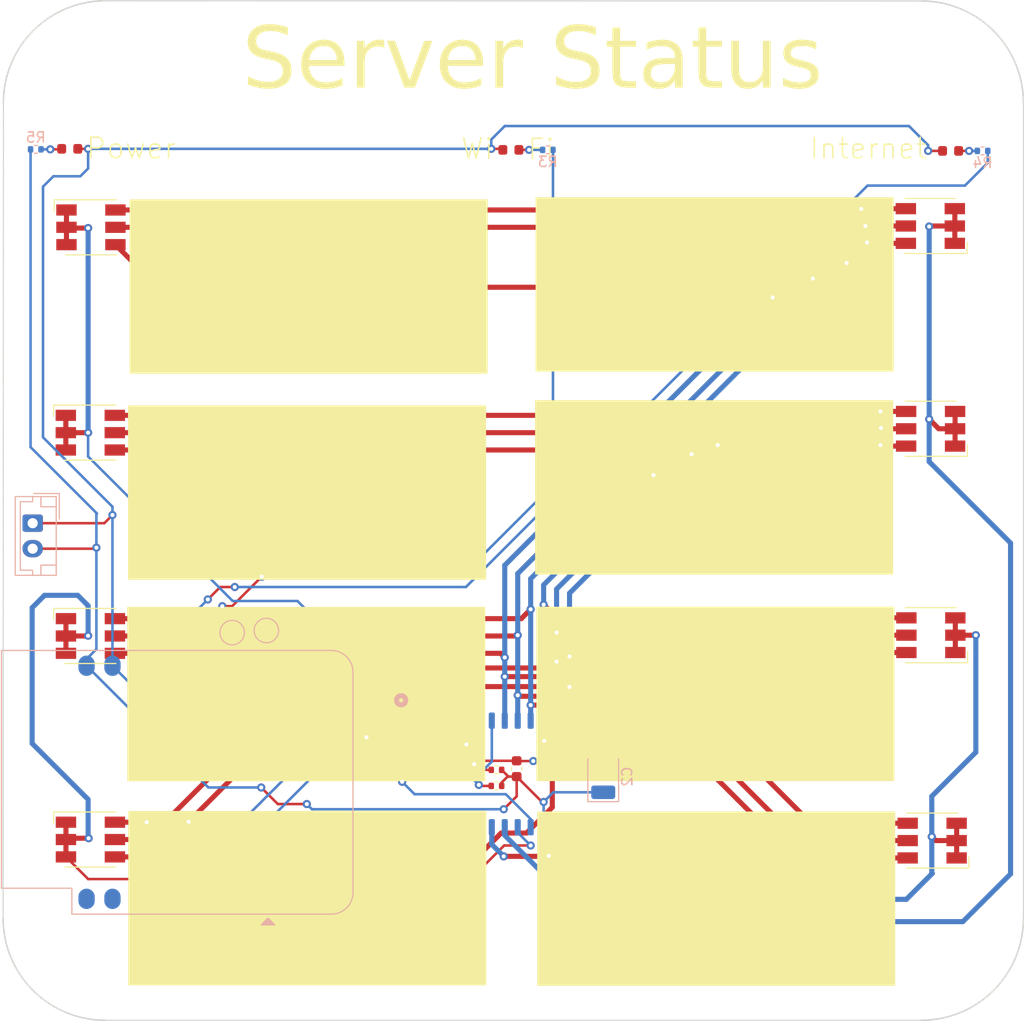
<source format=kicad_pcb>
(kicad_pcb (version 20221018) (generator pcbnew)
  (layers (0 "F.Cu" signal) (31 "B.Cu" signal) (34 "B.Paste" user) (35 "F.Paste" user) (36 "B.SilkS" user "B.Silkscreen") (37 "F.SilkS" user "F.Silkscreen") (38 "B.Mask" user) (39 "F.Mask" user) (44 "Edge.Cuts" user))
  (net 0 "")
  (net 1 "Net-(D10-K)")
  (net 2 "Net-(D1-BK)")
  (net 3 "Net-(D1-BA)")
  (net 4 "Net-(D1-GA)")
  (net 5 "Net-(D1-RA)")
  (net 6 "Net-(D2-BA)")
  (net 7 "Net-(D2-GA)")
  (net 8 "Net-(D2-RA)")
  (net 9 "Net-(D3-BK)")
  (net 10 "Net-(D5-BK)")
  (net 11 "Net-(D7-BK)")
  (net 12 "Net-(U1-DIN)")
  (net 13 "Net-(U1-SCLK)")
  (net 28 "Net-(D9-A)")
  (net 29 "Net-(D10-A)")
  (net 30 "Net-(D11-A)")
  (net 31 "Net-(U2-SCL{slash}D1)")
  (net 32 "Net-(U2-SDA{slash}D2)")
  (net 41 "Net-(J1-Pin_2)")
  (net 42 "Net-(U2-RX)")
  (net 43 "Net-(U2-TX)")
  (footprint "LED_SMD:LED_RGB_5050-6" (layer "F.Cu") (at 88.5692 82.2216)
    (fp_text reference "D1" hide)
    (fp_text value "D2" hide)
  )
  (footprint "LED_SMD:LED_RGB_5050-6" (layer "F.Cu") (at 171.0312 142.3688 180)
    (fp_text reference "D7" hide)
    (fp_text value "D2" hide)
  )
  (footprint "MountingHole:MountingHole_3.2mm_M3" (layer "F.Cu") (at 174.244 65.9892)
    (fp_text reference "H1" hide)
    (fp_text value "MountingHole" hide)
  )
  (footprint "LED_SMD:LED_RGB_5050-6" (layer "F.Cu") (at 170.8528 82.0928 180)
    (fp_text reference "D5" hide)
    (fp_text value "D2" hide)
  )
  (footprint "MountingHole:MountingHole_3.2mm_M3" (layer "F.Cu") (at 85.344 154.178)
    (fp_text reference "H2" hide)
    (fp_text value "MountingHole" hide)
  )
  (footprint "MountingHole:MountingHole_3.2mm_M3" (layer "F.Cu") (at 173.3296 155.194)
    (fp_text reference "H3" hide)
    (fp_text value "MountingHole" hide)
  )
  (footprint "LED_SMD:LED_0603_1608Metric" (layer "F.Cu") (at 172.8375 74.7268)
    (fp_text reference "D11" hide)
    (fp_text value "LED")
  )
  (footprint "LED_SMD:LED_0603_1608Metric" (layer "F.Cu") (at 129.7326 74.6252)
    (fp_text reference "D10" hide)
    (fp_text value "LED")
  )
  (footprint "LED_SMD:LED_RGB_5050-6" (layer "F.Cu") (at 88.5184 142.2672)
    (fp_text reference "D4" hide)
    (fp_text value "D2" hide)
  )
  (footprint "LED_SMD:LED_RGB_5050-6" (layer "F.Cu") (at 88.5184 122.3028)
    (fp_text reference "D3" hide)
    (fp_text value "D2" hide)
  )
  (footprint "LED_SMD:LED_RGB_5050-6" (layer "F.Cu") (at 170.8788 101.9792 180)
    (fp_text reference "D6" hide)
    (fp_text value "D2" hide)
  )
  (footprint "LED_SMD:LED_RGB_5050-6" (layer "F.Cu") (at 170.9036 122.2248 180)
    (fp_text reference "D8" hide)
    (fp_text value "D2" hide)
  )
  (footprint "Resistor_SMD:R_0402_1005Metric" (layer "F.Cu") (at 128.3208 135.4328 180)
    (fp_text reference "R1" hide)
    (fp_text value "10k" hide)
  )
  (footprint "LED_SMD:LED_RGB_5050-6" (layer "F.Cu") (at 88.506 102.362)
    (fp_text reference "D2" hide)
    (fp_text value "D2" hide)
  )
  (footprint "LED_SMD:LED_0603_1608Metric" (layer "F.Cu") (at 86.4871 74.5236 180)
    (fp_text reference "D9" hide)
    (fp_text value "LED" hide)
  )
  (footprint "Resistor_SMD:R_0402_1005Metric" (layer "F.Cu") (at 128.3208 137.0076 180)
    (fp_text reference "R2" hide)
    (fp_text value "10k" hide)
  )
  (footprint "Capacitor_SMD:C_0603_1608Metric" (layer "F.Cu") (at 130.302 135.3182 90)
    (fp_text reference "C1" hide)
    (fp_text value "0.1uF" hide)
  )
  (footprint "MountingHole:MountingHole_3.2mm_M3" (layer "F.Cu") (at 85.344 65.9892)
    (fp_text reference "H4" hide)
    (fp_text value "MountingHole" hide)
  )
  (footprint "wemosSMT:WEMOS_D1_mini_light" (layer "B.Cu") (at 105.918 148.082 90)
    (fp_text reference "U2" hide)
    (fp_text value "WeMos_D1_mini")
  )
  (footprint "Capacitor_Tantalum_SMD:CP_EIA-3528-12_Kemet-T" (layer "B.Cu") (at 138.7856 136.0932 90)
    (fp_text reference "C2")
    (fp_text value "100uF")
  )
  (footprint "Resistor_SMD:R_0402_1005Metric" (layer "B.Cu") (at 133.35 74.6252)
    (fp_text reference "R3")
    (fp_text value "R")
  )
  (footprint "Resistor_SMD:R_0402_1005Metric" (layer "B.Cu") (at 83.1596 74.5744 180)
    (fp_text reference "R5")
    (fp_text value "R")
  )
  (footprint "files:TM1640" (layer "B.Cu") (at 118.9736 130.6068 -90)
    (fp_text reference "U1" hide)
    (fp_text value "TM1640")
  )
  (footprint "Resistor_SMD:R_0402_1005Metric" (layer "B.Cu") (at 175.9712 74.7268)
    (fp_text reference "R4")
    (fp_text value "R")
  )
  (footprint "TestPoint:TestPoint_Pad_D2.0mm" (layer "B.Cu") (at 102.4128 121.9708 180)
    (fp_text reference "TP2" hide)
    (fp_text value "TestPoint")
  )
  (footprint "Connector_JST:JST_EH_B2B-EH-A_1x02_P2.50mm_Vertical" (layer "B.Cu") (at 82.8548 111.2412 -90)
    (fp_text reference "J1" hide)
    (fp_text value "Conn_01x02_Pin")
  )
  (footprint "TestPoint:TestPoint_Pad_D2.0mm" (layer "B.Cu") (at 105.7656 121.7676 180)
    (fp_text reference "TP3" hide)
    (fp_text value "TestPoint")
  )
  (gr_rect (start 92.4052 79.52) (end 127.4052 96.52) (stroke (width 0.1)) (fill solid) (layer "F.SilkS"))
  (gr_rect (start 92.2528 99.7384) (end 127.2528 116.7384) (stroke (width 0.1)) (fill solid) (layer "F.SilkS"))
  (gr_rect (start 132.1568 99.2304) (end 167.1568 116.2304) (stroke (width 0.1)) (fill solid) (layer "F.SilkS"))
  (gr_rect (start 132.2844 119.4816) (end 167.2844 136.4816) (stroke (width 0.1)) (fill solid) (layer "F.SilkS"))
  (gr_rect (start 92.2788 139.5148) (end 127.2788 156.5148) (stroke (width 0.1)) (fill solid) (layer "F.SilkS"))
  (gr_rect (start 132.2076 79.3168) (end 167.2076 96.3168) (stroke (width 0.1)) (fill solid) (layer "F.SilkS"))
  (gr_rect (start 92.1772 119.4996) (end 127.1772 136.4996) (stroke (width 0.1)) (fill solid) (layer "F.SilkS"))
  (gr_rect (start 132.36 139.5656) (end 167.36 156.5656) (stroke (width 0.1)) (fill solid) (layer "F.SilkS"))
  (gr_arc (start 179.9768 149.9908) (mid 177.047868 157.061867) (end 169.9768 159.9908) (stroke (width 0.15)) (layer "Edge.Cuts"))
  (gr_line (start 89.9592 159.9908) (end 169.9768 159.9908) (stroke (width 0.1)) (layer "Edge.Cuts"))
  (gr_arc (start 79.9884 70.0024) (mid 82.917332 62.931333) (end 89.9884 60.0024) (stroke (width 0.15)) (layer "Edge.Cuts"))
  (gr_line (start 179.9768 149.9908) (end 179.9768 70.024) (stroke (width 0.1)) (layer "Edge.Cuts"))
  (gr_line (start 169.9768 60.024) (end 89.9884 60.0024) (stroke (width 0.1)) (layer "Edge.Cuts"))
  (gr_line (start 79.9884 70.0024) (end 79.9592 149.9908) (stroke (width 0.1)) (layer "Edge.Cuts"))
  (gr_arc (start 89.9592 159.9908) (mid 82.888133 157.061868) (end 79.9592 149.9908) (stroke (width 0.15)) (layer "Edge.Cuts"))
  (gr_arc (start 169.9768 60.024) (mid 177.047867 62.952932) (end 179.9768 70.024) (stroke (width 0.15)) (layer "Edge.Cuts"))
  (gr_text "Power" (at 87.9856 75.6412) (layer "F.SilkS") (effects (font (size 2 2)) (justify left bottom)))
  (gr_text "Wi" (at 124.714 75.692) (layer "F.SilkS") (effects (font (size 2 2)) (justify left bottom)))
  (gr_text "Fi" (at 131.2672 75.7428) (layer "F.SilkS") (effects (font (size 2 2)) (justify left bottom)))
  (gr_text "Server Status" (at 103.378 69.5452) (layer "F.SilkS") (effects (font (size 6 6)) (justify left bottom)))
  (gr_text "Internet\n" (at 158.9024 75.6412) (layer "F.SilkS") (effects (font (size 2 2)) (justify left bottom)))
  (segment (start 130.302 134.5432) (end 126.974 134.5432) (width 0.25) (layer "F.Cu") (net 1))
  (segment (start 127.8128 74.5236) (end 128.8435 74.5236) (width 0.25) (layer "F.Cu") (net 1))
  (segment (start 126.974 134.5432) (end 125.3744 132.9436) (width 0.25) (layer "F.Cu") (net 1))
  (segment (start 130.328 134.5692) (end 130.302 134.5432) (width 0.25) (layer "F.Cu") (net 1))
  (segment (start 170.6372 74.7268) (end 172.05 74.7268) (width 0.25) (layer "F.Cu") (net 1))
  (segment (start 82.8548 111.2412) (end 89.876 111.2412) (width 0.25) (layer "F.Cu") (net 1))
  (segment (start 128.8435 74.5236) (end 128.9451 74.6252) (width 0.25) (layer "F.Cu") (net 1))
  (segment (start 89.876 111.2412) (end 90.678 110.4392) (width 0.25) (layer "F.Cu") (net 1))
  (segment (start 131.9276 134.5692) (end 130.328 134.5692) (width 0.25) (layer "F.Cu") (net 1))
  (segment (start 87.2746 74.5236) (end 88.2904 74.5236) (width 0.25) (layer "F.Cu") (net 1))
  (via (at 131.9276 134.5692) (size 0.8) (drill 0.4) (layers "F.Cu" "B.Cu") (net 1))
  (via (at 90.678 110.4392) (size 0.8) (drill 0.4) (layers "F.Cu" "B.Cu") (net 1))
  (via (at 127.8128 74.5236) (size 0.8) (drill 0.4) (layers "F.Cu" "B.Cu") (net 1))
  (via (at 125.3744 132.9436) (size 0.8) (drill 0.4) (layers "F.Cu" "B.Cu") (net 1))
  (via (at 170.6372 74.7268) (size 0.8) (drill 0.4) (layers "F.Cu" "B.Cu") (net 1))
  (via (at 88.2904 74.5236) (size 0.8) (drill 0.4) (layers "F.Cu" "B.Cu") (net 1))
  (segment (start 88.2904 74.5236) (end 88.2904 76.454) (width 0.25) (layer "B.Cu") (net 1))
  (segment (start 83.8708 102.8192) (end 90.678 109.6264) (width 0.25) (layer "B.Cu") (net 1))
  (segment (start 168.7576 72.2884) (end 129.1336 72.2884) (width 0.25) (layer "B.Cu") (net 1))
  (segment (start 127.8128 74.5236) (end 88.2904 74.5236) (width 0.25) (layer "B.Cu") (net 1))
  (segment (start 123.3932 133.35) (end 125.3236 131.4196) (width 0.25) (layer "B.Cu") (net 1))
  (segment (start 90.678 125.222) (end 90.678 110.4392) (width 0.25) (layer "B.Cu") (net 1))
  (segment (start 131.9411 134.5557) (end 131.9276 134.5692) (width 0.25) (layer "B.Cu") (net 1))
  (segment (start 127.8128 73.6092) (end 127.8128 74.5236) (width 0.25) (layer "B.Cu") (net 1))
  (segment (start 125.3744 132.9436) (end 125.3744 130.6576) (width 0.25) (layer "B.Cu") (net 1))
  (segment (start 87.5284 77.216) (end 84.8868 77.216) (width 0.25) (layer "B.Cu") (net 1))
  (segment (start 88.2904 76.454) (end 87.5284 77.216) (width 0.25) (layer "B.Cu") (net 1))
  (segment (start 129.1336 72.2884) (end 127.8128 73.6092) (width 0.25) (layer "B.Cu") (net 1))
  (segment (start 170.6372 74.168) (end 168.7576 72.2884) (width 0.25) (layer "B.Cu") (net 1))
  (segment (start 90.678 125.222) (end 98.806 133.35) (width 0.25) (layer "B.Cu") (net 1))
  (segment (start 98.806 133.35) (end 123.3932 133.35) (width 0.25) (layer "B.Cu") (net 1))
  (segment (start 170.6372 74.7268) (end 170.6372 74.168) (width 0.25) (layer "B.Cu") (net 1))
  (segment (start 125.3744 130.6576) (end 125.3236 130.6068) (width 0.25) (layer "B.Cu") (net 1))
  (segment (start 90.678 109.6264) (end 90.678 110.4392) (width 0.25) (layer "B.Cu") (net 1))
  (segment (start 125.3236 131.4196) (end 125.3236 130.6068) (width 0.25) (layer "B.Cu") (net 1))
  (segment (start 84.8868 77.216) (end 83.8708 78.232) (width 0.25) (layer "B.Cu") (net 1))
  (segment (start 138.7856 134.5557) (end 131.9411 134.5557) (width 0.25) (layer "B.Cu") (net 1))
  (segment (start 83.8708 78.232) (end 83.8708 102.8192) (width 0.25) (layer "B.Cu") (net 1))
  (segment (start 86.106 104.062) (end 86.106 102.362) (width 0.5) (layer "F.Cu") (net 2))
  (segment (start 86.1692 82.2216) (end 86.1692 80.5216) (width 0.5) (layer "F.Cu") (net 2))
  (segment (start 119.0752 135.7376) (end 115.57 132.2324) (width 0.25) (layer "F.Cu") (net 2))
  (segment (start 86.106 102.362) (end 88.2904 102.362) (width 0.5) (layer "F.Cu") (net 2))
  (segment (start 119.0752 136.6012) (end 119.0752 135.7376) (width 0.25) (layer "F.Cu") (net 2))
  (segment (start 86.1692 83.9216) (end 86.1692 82.2216) (width 0.5) (layer "F.Cu") (net 2))
  (segment (start 86.106 102.362) (end 86.106 100.662) (width 0.5) (layer "F.Cu") (net 2))
  (segment (start 88.2904 82.296) (end 86.2436 82.296) (width 0.5) (layer "F.Cu") (net 2))
  (segment (start 86.2436 82.296) (end 86.1692 82.2216) (width 0.5) (layer "F.Cu") (net 2))
  (via (at 119.0752 136.6012) (size 0.8) (drill 0.4) (layers "F.Cu" "B.Cu") (net 2))
  (via (at 88.2904 82.296) (size 0.8) (drill 0.4) (layers "F.Cu" "B.Cu") (net 2))
  (via (at 88.2904 102.362) (size 0.8) (drill 0.4) (layers "F.Cu" "B.Cu") (net 2))
  (via (at 115.57 132.2324) (size 0.8) (drill 0.4) (layers "F.Cu" "B.Cu") (net 2))
  (segment (start 102.4636 118.872) (end 88.2904 104.6988) (width 0.25) (layer "B.Cu") (net 2))
  (segment (start 88.2904 102.362) (end 88.2904 82.296) (width 0.5) (layer "B.Cu") (net 2))
  (segment (start 129.2352 137.8204) (end 120.2944 137.8204) (width 0.25) (layer "B.Cu") (net 2))
  (segment (start 88.2904 103.8352) (end 88.2904 102.362) (width 0.25) (layer "B.Cu") (net 2))
  (segment (start 115.57 132.2324) (end 115.57 125.6284) (width 0.25) (layer "B.Cu") (net 2))
  (segment (start 108.8136 118.872) (end 102.4636 118.872) (width 0.25) (layer "B.Cu") (net 2))
  (segment (start 131.6736 140.2588) (end 129.2352 137.8204) (width 0.25) (layer "B.Cu") (net 2))
  (segment (start 115.57 125.6284) (end 108.8136 118.872) (width 0.25) (layer "B.Cu") (net 2))
  (segment (start 131.6736 141.0568) (end 131.6736 140.2588) (width 0.25) (layer "B.Cu") (net 2))
  (segment (start 88.2904 104.6988) (end 88.2904 103.8352) (width 0.25) (layer "B.Cu") (net 2))
  (segment (start 120.2944 137.8204) (end 119.0752 136.6012) (width 0.25) (layer "B.Cu") (net 2))
  (segment (start 90.9692 83.9216) (end 95.1466 88.099) (width 0.5) (layer "F.Cu") (net 3))
  (segment (start 90.9184 124.0028) (end 128.7272 124.0028) (width 0.5) (layer "F.Cu") (net 3))
  (segment (start 154.393 88.099) (end 155.3972 89.1032) (width 0.5) (layer "F.Cu") (net 3))
  (segment (start 168.4528 80.3928) (end 164.1076 80.3928) (width 0.5) (layer "F.Cu") (net 3))
  (segment (start 95.1466 88.099) (end 154.393 88.099) (width 0.5) (layer "F.Cu") (net 3))
  (segment (start 128.7272 124.0028) (end 129.1336 124.4092) (width 0.5) (layer "F.Cu") (net 3))
  (segment (start 164.1076 80.3928) (end 164.084 80.4164) (width 0.5) (layer "F.Cu") (net 3))
  (segment (start 159.16 140.6688) (end 144.78 126.2888) (width 0.5) (layer "F.Cu") (net 3))
  (segment (start 168.6312 140.6688) (end 159.16 140.6688) (width 0.5) (layer "F.Cu") (net 3))
  (segment (start 144.78 126.2888) (end 129.1336 126.2888) (width 0.5) (layer "F.Cu") (net 3))
  (via (at 155.3972 89.1032) (size 0.8) (drill 0.4) (layers "F.Cu" "B.Cu") (net 3))
  (via (at 129.1336 126.2888) (size 0.8) (drill 0.4) (layers "F.Cu" "B.Cu") (net 3))
  (via (at 129.1336 124.4092) (size 0.8) (drill 0.4) (layers "F.Cu" "B.Cu") (net 3))
  (via (at 164.084 80.4164) (size 0.8) (drill 0.4) (layers "F.Cu" "B.Cu") (net 3))
  (segment (start 129.1336 124.4092) (end 129.1336 126.2888) (width 0.5) (layer "B.Cu") (net 3))
  (segment (start 129.1336 126.2888) (end 129.1336 130.6068) (width 0.5) (layer "B.Cu") (net 3))
  (segment (start 129.1336 115.3668) (end 129.1336 124.4092) (width 0.5) (layer "B.Cu") (net 3))
  (segment (start 164.084 80.4164) (end 155.3972 89.1032) (width 0.5) (layer "B.Cu") (net 3))
  (segment (start 155.3972 89.1032) (end 129.1336 115.3668) (width 0.5) (layer "B.Cu") (net 3))
  (segment (start 143.8148 128.2192) (end 130.5052 128.2192) (width 0.5) (layer "F.Cu") (net 4))
  (segment (start 157.9644 142.3688) (end 143.8148 128.2192) (width 0.5) (layer "F.Cu") (net 4))
  (segment (start 130.3256 122.3028) (end 130.4036 122.2248) (width 0.5) (layer "F.Cu") (net 4))
  (segment (start 90.9184 122.3028) (end 130.3256 122.3028) (width 0.5) (layer "F.Cu") (net 4))
  (segment (start 168.4528 82.0928) (end 164.4904 82.0928) (width 0.5) (layer "F.Cu") (net 4))
  (segment (start 154.3068 82.2216) (end 159.3342 87.249) (width 0.5) (layer "F.Cu") (net 4))
  (segment (start 130.5052 128.2192) (end 130.4036 128.1176) (width 0.5) (layer "F.Cu") (net 4))
  (segment (start 90.9692 82.2216) (end 154.3068 82.2216) (width 0.5) (layer "F.Cu") (net 4))
  (segment (start 168.6312 142.3688) (end 157.9644 142.3688) (width 0.5) (layer "F.Cu") (net 4))
  (via (at 159.3342 87.249) (size 0.8) (drill 0.4) (layers "F.Cu" "B.Cu") (net 4))
  (via (at 130.4036 122.2248) (size 0.8) (drill 0.4) (layers "F.Cu" "B.Cu") (net 4))
  (via (at 164.4904 82.0928) (size 0.8) (drill 0.4) (layers "F.Cu" "B.Cu") (net 4))
  (via (at 130.4036 128.1176) (size 0.8) (drill 0.4) (layers "F.Cu" "B.Cu") (net 4))
  (segment (start 130.4036 122.2248) (end 130.4036 128.1176) (width 0.5) (layer "B.Cu") (net 4))
  (segment (start 159.3342 87.249) (end 130.4036 116.1796) (width 0.5) (layer "B.Cu") (net 4))
  (segment (start 130.4036 128.1176) (end 130.4036 130.6068) (width 0.5) (layer "B.Cu") (net 4))
  (segment (start 164.4904 82.0928) (end 159.3342 87.249) (width 0.5) (layer "B.Cu") (net 4))
  (segment (start 130.4036 116.1796) (end 130.4036 122.2248) (width 0.5) (layer "B.Cu") (net 4))
  (segment (start 130.7556 120.6028) (end 131.6736 119.6848) (width 0.5) (layer "F.Cu") (net 5))
  (segment (start 142.6972 129.0828) (end 131.6736 129.0828) (width 0.5) (layer "F.Cu") (net 5))
  (segment (start 164.7172 83.7928) (end 164.6428 83.7184) (width 0.5) (layer "F.Cu") (net 5))
  (segment (start 90.9692 80.5216) (end 157.4328 80.5216) (width 0.5) (layer "F.Cu") (net 5))
  (segment (start 90.9184 120.6028) (end 130.7556 120.6028) (width 0.5) (layer "F.Cu") (net 5))
  (segment (start 168.6312 144.0688) (end 157.6832 144.0688) (width 0.5) (layer "F.Cu") (net 5))
  (segment (start 157.6832 144.0688) (end 142.6972 129.0828) (width 0.5) (layer "F.Cu") (net 5))
  (segment (start 168.4528 83.7928) (end 164.7172 83.7928) (width 0.5) (layer "F.Cu") (net 5))
  (segment (start 157.4328 80.5216) (end 162.6362 85.725) (width 0.5) (layer "F.Cu") (net 5))
  (via (at 162.6362 85.725) (size 0.8) (drill 0.4) (layers "F.Cu" "B.Cu") (net 5))
  (via (at 131.6736 129.0828) (size 0.8) (drill 0.4) (layers "F.Cu" "B.Cu") (net 5))
  (via (at 164.6428 83.7184) (size 0.8) (drill 0.4) (layers "F.Cu" "B.Cu") (net 5))
  (via (at 131.6736 119.6848) (size 0.8) (drill 0.4) (layers "F.Cu" "B.Cu") (net 5))
  (segment (start 131.6736 119.6848) (end 131.6736 129.0828) (width 0.5) (layer "B.Cu") (net 5))
  (segment (start 164.6428 83.7184) (end 162.6362 85.725) (width 0.5) (layer "B.Cu") (net 5))
  (segment (start 131.6736 129.0828) (end 131.6736 130.6068) (width 0.5) (layer "B.Cu") (net 5))
  (segment (start 162.6362 85.725) (end 131.6736 116.6876) (width 0.5) (layer "B.Cu") (net 5))
  (segment (start 131.6736 116.6876) (end 131.6736 119.6848) (width 0.5) (layer "B.Cu") (net 5))
  (segment (start 141.2476 104.062) (end 143.7132 106.5276) (width 0.5) (layer "F.Cu") (net 6))
  (segment (start 90.9184 143.9672) (end 112.4712 143.9672) (width 0.5) (layer "F.Cu") (net 6))
  (segment (start 125.642 144.7664) (end 128.27 142.1384) (width 0.5) (layer "F.Cu") (net 6))
  (segment (start 133.7936 139.104) (end 133.7936 133.3872) (width 0.5) (layer "F.Cu") (net 6))
  (segment (start 90.906 104.062) (end 141.2476 104.062) (width 0.5) (layer "F.Cu") (net 6))
  (segment (start 133.7936 133.3872) (end 132.9944 132.588) (width 0.5) (layer "F.Cu") (net 6))
  (segment (start 168.4788 100.2792) (end 165.9636 100.2792) (width 0.5) (layer "F.Cu") (net 6))
  (segment (start 168.5036 120.5248) (end 134.2408 120.5248) (width 0.5) (layer "F.Cu") (net 6))
  (segment (start 134.2408 120.5248) (end 132.9436 119.2276) (width 0.5) (layer "F.Cu") (net 6))
  (segment (start 128.778 141.6304) (end 131.2672 141.6304) (width 0.5) (layer "F.Cu") (net 6))
  (segment (start 112.4712 143.9672) (end 113.2704 144.7664) (width 0.5) (layer "F.Cu") (net 6))
  (segment (start 131.2672 141.6304) (end 133.7936 139.104) (width 0.5) (layer "F.Cu") (net 6))
  (segment (start 128.27 142.1384) (end 128.778 141.6304) (width 0.5) (layer "F.Cu") (net 6))
  (segment (start 113.2704 144.7664) (end 125.642 144.7664) (width 0.5) (layer "F.Cu") (net 6))
  (via (at 132.9436 119.2276) (size 0.8) (drill 0.4) (layers "F.Cu" "B.Cu") (net 6))
  (via (at 132.9944 132.588) (size 0.8) (drill 0.4) (layers "F.Cu" "B.Cu") (net 6))
  (via (at 143.7132 106.5276) (size 0.8) (drill 0.4) (layers "F.Cu" "B.Cu") (net 6))
  (via (at 165.9636 100.2792) (size 0.8) (drill 0.4) (layers "F.Cu" "B.Cu") (net 6))
  (segment (start 132.9436 119.2276) (end 132.9436 130.6068) (width 0.5) (layer "B.Cu") (net 6))
  (segment (start 165.9636 100.2792) (end 149.9616 100.2792) (width 0.5) (layer "B.Cu") (net 6))
  (segment (start 132.9436 117.2972) (end 132.9436 119.2276) (width 0.5) (layer "B.Cu") (net 6))
  (segment (start 132.9944 131.457599) (end 132.9436 131.406799) (width 0.5) (layer "B.Cu") (net 6))
  (segment (start 132.9944 132.588) (end 132.9944 131.457599) (width 0.5) (layer "B.Cu") (net 6))
  (segment (start 143.7132 106.5276) (end 132.9436 117.2972) (width 0.5) (layer "B.Cu") (net 6))
  (segment (start 149.9616 100.2792) (end 143.7132 106.5276) (width 0.5) (layer "B.Cu") (net 6))
  (segment (start 132.9436 131.406799) (end 132.9436 130.6068) (width 0.5) (layer "B.Cu") (net 6))
  (segment (start 90.906 102.362) (end 145.3388 102.362) (width 0.5) (layer "F.Cu") (net 7))
  (segment (start 90.9184 142.2672) (end 94.058 142.2672) (width 0.5) (layer "F.Cu") (net 7))
  (segment (start 134.4676 122.2248) (end 134.2136 121.9708) (width 0.5) (layer "F.Cu") (net 7))
  (segment (start 168.6052 122.3264) (end 168.5036 122.2248) (width 0.5) (layer "F.Cu") (net 7))
  (segment (start 145.3388 102.362) (end 147.447 104.4702) (width 0.5) (layer "F.Cu") (net 7))
  (segment (start 168.4788 101.9792) (end 166.0888 101.9792) (width 0.5) (layer "F.Cu") (net 7))
  (segment (start 166.0888 101.9792) (end 166.0144 101.9048) (width 0.5) (layer "F.Cu") (net 7))
  (segment (start 110.9336 125.4388) (end 133.5904 125.4388) (width 0.5) (layer "F.Cu") (net 7))
  (segment (start 94.058 142.2672) (end 94.0816 142.2908) (width 0.5) (layer "F.Cu") (net 7))
  (segment (start 94.0816 142.2908) (end 110.9336 125.4388) (width 0.5) (layer "F.Cu") (net 7))
  (segment (start 133.5904 125.4388) (end 134.2136 124.8156) (width 0.5) (layer "F.Cu") (net 7))
  (segment (start 168.5036 122.2248) (end 134.4676 122.2248) (width 0.5) (layer "F.Cu") (net 7))
  (via (at 134.2136 121.9708) (size 0.8) (drill 0.4) (layers "F.Cu" "B.Cu") (net 7))
  (via (at 166.0144 101.9048) (size 0.8) (drill 0.4) (layers "F.Cu" "B.Cu") (net 7))
  (via (at 134.2136 124.8156) (size 0.8) (drill 0.4) (layers "F.Cu" "B.Cu") (net 7))
  (via (at 147.447 104.4702) (size 0.8) (drill 0.4) (layers "F.Cu" "B.Cu") (net 7))
  (segment (start 166.0144 101.9048) (end 150.0124 101.9048) (width 0.5) (layer "B.Cu") (net 7))
  (segment (start 134.2136 117.7036) (end 134.2136 121.9708) (width 0.5) (layer "B.Cu") (net 7))
  (segment (start 150.0124 101.9048) (end 147.447 104.4702) (width 0.5) (layer "B.Cu") (net 7))
  (segment (start 134.2136 124.8156) (end 134.2136 130.6068) (width 0.5) (layer "B.Cu") (net 7))
  (segment (start 147.447 104.4702) (end 134.2136 117.7036) (width 0.5) (layer "B.Cu") (net 7))
  (segment (start 134.2136 131.406799) (end 134.2136 130.6068) (width 0.5) (layer "B.Cu") (net 7))
  (segment (start 134.2136 121.9708) (end 134.2136 124.8156) (width 0.5) (layer "B.Cu") (net 7))
  (segment (start 168.4788 103.6792) (end 166.0616 103.6792) (width 0.5) (layer "F.Cu") (net 8))
  (segment (start 135.4464 127.2676) (end 135.4836 127.3048) (width 0.5) (layer "F.Cu") (net 8))
  (segment (start 168.5036 123.9248) (end 135.8664 123.9248) (width 0.5) (layer "F.Cu") (net 8))
  (segment (start 135.8664 123.9248) (end 135.4836 124.3076) (width 0.5) (layer "F.Cu") (net 8))
  (segment (start 90.906 100.662) (end 147.0932 100.662) (width 0.5) (layer "F.Cu") (net 8))
  (segment (start 94.0272 140.5672) (end 94.0308 140.5636) (width 0.5) (layer "F.Cu") (net 8))
  (segment (start 166.0616 103.6792) (end 165.9636 103.5812) (width 0.5) (layer "F.Cu") (net 8))
  (segment (start 147.0932 100.662) (end 150.0124 103.5812) (width 0.5) (layer "F.Cu") (net 8))
  (segment (start 98.1456 140.5128) (end 111.3908 127.2676) (width 0.5) (layer "F.Cu") (net 8))
  (segment (start 90.9184 140.5672) (end 94.0272 140.5672) (width 0.5) (layer "F.Cu") (net 8))
  (segment (start 111.3908 127.2676) (end 135.4464 127.2676) (width 0.5) (layer "F.Cu") (net 8))
  (via (at 98.1456 140.5128) (size 0.8) (drill 0.4) (layers "F.Cu" "B.Cu") (net 8))
  (via (at 94.0308 140.5636) (size 0.8) (drill 0.4) (layers "F.Cu" "B.Cu") (net 8))
  (via (at 135.4836 127.3048) (size 0.8) (drill 0.4) (layers "F.Cu" "B.Cu") (net 8))
  (via (at 135.4836 124.3076) (size 0.8) (drill 0.4) (layers "F.Cu" "B.Cu") (net 8))
  (via (at 150.0124 103.5812) (size 0.8) (drill 0.4) (layers "F.Cu" "B.Cu") (net 8))
  (via (at 165.9636 103.5812) (size 0.8) (drill 0.4) (layers "F.Cu" "B.Cu") (net 8))
  (segment (start 94.0308 140.5636) (end 98.0948 140.5636) (width 0.5) (layer "B.Cu") (net 8))
  (segment (start 98.0948 140.5636) (end 98.1456 140.5128) (width 0.5) (layer "B.Cu") (net 8))
  (segment (start 165.9636 103.5812) (end 150.0124 103.5812) (width 0.5) (layer "B.Cu") (net 8))
  (segment (start 150.0124 103.5812) (end 135.4836 118.11) (width 0.5) (layer "B.Cu") (net 8))
  (segment (start 135.4836 127.3048) (end 135.4836 130.6068) (width 0.5) (layer "B.Cu") (net 8))
  (segment (start 135.4836 118.11) (end 135.4836 124.3076) (width 0.5) (layer "B.Cu") (net 8))
  (segment (start 135.4836 124.3076) (end 135.4836 127.3048) (width 0.5) (layer "B.Cu") (net 8))
  (segment (start 88.3412 142.1384) (end 86.2472 142.1384) (width 0.5) (layer "F.Cu") (net 9))
  (segment (start 86.2472 142.1384) (end 86.1184 142.2672) (width 0.5) (layer "F.Cu") (net 9))
  (segment (start 86.1184 124.0028) (end 86.1184 122.3028) (width 0.5) (layer "F.Cu") (net 9))
  (segment (start 86.1184 122.3028) (end 88.2632 122.3028) (width 0.5) (layer "F.Cu") (net 9))
  (segment (start 86.1184 122.3028) (end 86.1184 120.6028) (width 0.5) (layer "F.Cu") (net 9))
  (segment (start 86.1184 143.9672) (end 86.1184 142.2672) (width 0.5) (layer "F.Cu") (net 9))
  (segment (start 86.1184 142.2672) (end 86.1184 140.5672) (width 0.5) (layer "F.Cu") (net 9))
  (segment (start 88.2632 122.3028) (end 88.2904 122.2756) (width 0.5) (layer "F.Cu") (net 9))
  (segment (start 131.6736 142.8496) (end 129.073495 142.8496) (width 0.25) (layer "F.Cu") (net 9))
  (segment (start 125.7808 146.142295) (end 88.293495 146.142295) (width 0.25) (layer "F.Cu") (net 9))
  (segment (start 129.073495 142.8496) (end 125.7808 146.142295) (width 0.25) (layer "F.Cu") (net 9))
  (segment (start 88.293495 146.142295) (end 86.1184 143.9672) (width 0.25) (layer "F.Cu") (net 9))
  (via (at 131.6736 142.8496) (size 0.8) (drill 0.4) (layers "F.Cu" "B.Cu") (net 9))
  (via (at 88.3412 142.1384) (size 0.8) (drill 0.4) (layers "F.Cu" "B.Cu") (net 9))
  (via (at 88.2904 122.2756) (size 0.8) (drill 0.4) (layers "F.Cu" "B.Cu") (net 9))
  (segment (start 82.804 119.5324) (end 82.804 119.7864) (width 0.5) (layer "B.Cu") (net 9))
  (segment (start 82.804 119.7864) (end 82.804 132.842) (width 0.5) (layer "B.Cu") (net 9))
  (segment (start 87.2744 118.3132) (end 84.0232 118.3132) (width 0.5) (layer "B.Cu") (net 9))
  (segment (start 88.2904 122.2756) (end 88.2904 119.3292) (width 0.5) (layer "B.Cu") (net 9))
  (segment (start 88.2904 119.3292) (end 88.138 119.1768) (width 0.5) (layer "B.Cu") (net 9))
  (segment (start 88.2904 142.0876) (end 88.3412 142.1384) (width 0.5) (layer "B.Cu") (net 9))
  (segment (start 130.4036 141.5796) (end 131.6736 142.8496) (width 0.25) (layer "B.Cu") (net 9))
  (segment (start 84.0232 118.3132) (end 82.804 119.5324) (width 0.5) (layer "B.Cu") (net 9))
  (segment (start 130.4036 141.0568) (end 130.4036 141.5796) (width 0.25) (layer "B.Cu") (net 9))
  (segment (start 88.138 119.1768) (end 87.2744 118.3132) (width 0.5) (layer "B.Cu") (net 9))
  (segment (start 88.2904 138.3284) (end 88.2904 142.0876) (width 0.5) (layer "B.Cu") (net 9))
  (segment (start 82.804 132.842) (end 88.2904 138.3284) (width 0.5) (layer "B.Cu") (net 9))
  (segment (start 173.2528 80.3928) (end 173.2528 82.0928) (width 0.5) (layer "F.Cu") (net 10))
  (segment (start 173.2528 82.0928) (end 170.7896 82.0928) (width 0.5) (layer "F.Cu") (net 10))
  (segment (start 173.2788 101.9792) (end 171.6768 101.9792) (width 0.5) (layer "F.Cu") (net 10))
  (segment (start 170.688 82.0928) (end 170.7388 82.1436) (width 0.5) (layer "F.Cu") (net 10))
  (segment (start 170.7896 82.0928) (end 170.7388 82.1436) (width 0.5) (layer "F.Cu") (net 10))
  (segment (start 173.2788 100.2792) (end 173.2788 101.9792) (width 0.5) (layer "F.Cu") (net 10))
  (segment (start 173.2788 103.6792) (end 173.2788 101.9792) (width 0.5) (layer "F.Cu") (net 10))
  (segment (start 173.2528 82.0928) (end 173.2528 83.7928) (width 0.5) (layer "F.Cu") (net 10))
  (segment (start 171.6768 101.9792) (end 170.7388 101.0412) (width 0.5) (layer "F.Cu") (net 10))
  (via (at 170.7388 101.0412) (size 0.8) (drill 0.4) (layers "F.Cu" "B.Cu") (net 10))
  (via (at 170.7388 82.1436) (size 0.8) (drill 0.4) (layers "F.Cu" "B.Cu") (net 10))
  (segment (start 178.7144 145.6436) (end 178.7144 113.1824) (width 0.5) (layer "B.Cu") (net 10))
  (segment (start 129.1336 141.0568) (end 129.1336 141.856799) (width 0.5) (layer "B.Cu") (net 10))
  (segment (start 170.7388 101.0412) (end 170.7388 82.1436) (width 0.5) (layer "B.Cu") (net 10))
  (segment (start 170.7388 105.2068) (end 170.7388 101.0412) (width 0.5) (layer "B.Cu") (net 10))
  (segment (start 178.7144 113.1824) (end 170.7388 105.2068) (width 0.5) (layer "B.Cu") (net 10))
  (segment (start 174.0408 150.3172) (end 178.7144 145.6436) (width 0.5) (layer "B.Cu") (net 10))
  (segment (start 129.1336 141.856799) (end 137.594001 150.3172) (width 0.5) (layer "B.Cu") (net 10))
  (segment (start 137.594001 150.3172) (end 174.0408 150.3172) (width 0.5) (layer "B.Cu") (net 10))
  (segment (start 170.688 82.1944) (end 170.7388 82.1436) (width 0.5) (layer "B.Cu") (net 10))
  (segment (start 173.2528 122.2756) (end 173.3036 122.2248) (width 0.5) (layer "F.Cu") (net 11))
  (segment (start 173.4312 142.3688) (end 171.3756 142.3688) (width 0.5) (layer "F.Cu") (net 11))
  (segment (start 173.3036 122.2248) (end 175.3108 122.2248) (width 0.5) (layer "F.Cu") (net 11))
  (segment (start 171.3756 142.3688) (end 170.9928 141.986) (width 0.5) (layer "F.Cu") (net 11))
  (segment (start 173.4312 144.0688) (end 173.4312 142.3688) (width 0.5) (layer "F.Cu") (net 11))
  (segment (start 129.032 143.9164) (end 133.4008 143.9164) (width 0.5) (layer "F.Cu") (net 11))
  (segment (start 173.4312 142.3688) (end 173.4312 140.6688) (width 0.5) (layer "F.Cu") (net 11))
  (segment (start 173.3036 122.2248) (end 173.3036 120.5248) (width 0.5) (layer "F.Cu") (net 11))
  (segment (start 133.4008 143.9164) (end 133.4516 143.8656) (width 0.5) (layer "F.Cu") (net 11))
  (segment (start 173.3036 123.9248) (end 173.3036 122.2248) (width 0.5) (layer "F.Cu") (net 11))
  (via (at 133.4516 143.8656) (size 0.8) (drill 0.4) (layers "F.Cu" "B.Cu") (net 11))
  (via (at 129.032 143.9164) (size 0.8) (drill 0.4) (layers "F.Cu" "B.Cu") (net 11))
  (via (at 170.9928 141.986) (size 0.8) (drill 0.4) (layers "F.Cu" "B.Cu") (net 11))
  (via (at 175.3108 122.2248) (size 0.8) (drill 0.4) (layers "F.Cu" "B.Cu") (net 11))
  (segment (start 170.9928 138.0236) (end 170.9928 141.986) (width 0.5) (layer "B.Cu") (net 11))
  (segment (start 137.7188 148.1328) (end 168.5036 148.1328) (width 0.5) (layer "B.Cu") (net 11))
  (segment (start 133.4516 143.8656) (end 137.7188 148.1328) (width 0.5) (layer "B.Cu") (net 11))
  (segment (start 175.3108 133.7056) (end 170.9928 138.0236) (width 0.5) (layer "B.Cu") (net 11))
  (segment (start 168.5036 148.1328) (end 171.0436 145.5928) (width 0.5) (layer "B.Cu") (net 11))
  (segment (start 127.8636 141.0568) (end 127.8636 142.748) (width 0.5) (layer "B.Cu") (net 11))
  (segment (start 127.8636 142.748) (end 129.032 143.9164) (width 0.5) (layer "B.Cu") (net 11))
  (segment (start 175.3108 122.2248) (end 175.3108 133.7056) (width 0.5) (layer "B.Cu") (net 11))
  (segment (start 170.9928 145.542) (end 170.9928 141.986) (width 0.5) (layer "B.Cu") (net 11))
  (segment (start 171.0436 145.5928) (end 170.9928 145.542) (width 0.5) (layer "B.Cu") (net 11))
  (segment (start 126.6952 135.4328) (end 126.1364 134.874) (width 0.25) (layer "F.Cu") (net 12))
  (segment (start 127.8108 135.4328) (end 126.6952 135.4328) (width 0.25) (layer "F.Cu") (net 12))
  (via (at 126.1364 134.874) (size 0.8) (drill 0.4) (layers "F.Cu" "B.Cu") (net 12))
  (segment (start 109.5248 134.3152) (end 125.591595 134.3152) (width 0.25) (layer "B.Cu") (net 12))
  (segment (start 95.758 148.082) (end 109.5248 134.3152) (width 0.25) (layer "B.Cu") (net 12))
  (segment (start 125.591595 134.3152) (end 125.591595 134.329195) (width 0.25) (layer "B.Cu") (net 12))
  (segment (start 126.5936 133.313195) (end 126.5936 130.6068) (width 0.25) (layer "B.Cu") (net 12))
  (segment (start 125.591595 134.329195) (end 126.1364 134.874) (width 0.25) (layer "B.Cu") (net 12))
  (segment (start 125.591595 134.3152) (end 126.5936 133.313195) (width 0.25) (layer "B.Cu") (net 12))
  (segment (start 126.6952 137.0076) (end 126.5936 136.906) (width 0.25) (layer "F.Cu") (net 13))
  (segment (start 127.8108 137.0076) (end 126.6952 137.0076) (width 0.25) (layer "F.Cu") (net 13))
  (via (at 126.5936 136.906) (size 0.8) (drill 0.4) (layers "F.Cu" "B.Cu") (net 13))
  (segment (start 125.73 136.0424) (end 126.5936 136.906) (width 0.25) (layer "B.Cu") (net 13))
  (segment (start 127.8636 130.6068) (end 127.8636 134.62) (width 0.25) (layer "B.Cu") (net 13))
  (segment (start 127.8636 134.62) (end 126.7968 135.6868) (width 0.25) (layer "B.Cu") (net 13))
  (segment (start 126.7968 135.6868) (end 125.73 135.6868) (width 0.25) (layer "B.Cu") (net 13))
  (segment (start 98.298 148.082) (end 110.0328 136.3472) (width 0.25) (layer "B.Cu") (net 13))
  (segment (start 125.73 135.6868) (end 110.6932 135.6868) (width 0.25) (layer "B.Cu") (net 13))
  (segment (start 125.73 135.6868) (end 125.73 136.0424) (width 0.25) (layer "B.Cu") (net 13))
  (segment (start 110.6932 135.6868) (end 110.0328 136.3472) (width 0.25) (layer "B.Cu") (net 13))
  (segment (start 85.6488 74.5744) (end 85.6996 74.5236) (width 0.25) (layer "F.Cu") (net 28))
  (segment (start 84.582 74.5744) (end 85.6488 74.5744) (width 0.25) (layer "F.Cu") (net 28))
  (via (at 84.582 74.5744) (size 0.8) (drill 0.4) (layers "F.Cu" "B.Cu") (net 28))
  (segment (start 83.6696 74.5744) (end 84.582 74.5744) (width 0.25) (layer "B.Cu") (net 28))
  (segment (start 131.5212 74.6252) (end 130.5201 74.6252) (width 0.25) (layer "F.Cu") (net 29))
  (via (at 131.5212 74.6252) (size 0.8) (drill 0.4) (layers "F.Cu" "B.Cu") (net 29))
  (segment (start 132.84 74.6252) (end 131.5212 74.6252) (width 0.25) (layer "B.Cu") (net 29))
  (segment (start 174.6504 74.7268) (end 173.625 74.7268) (width 0.25) (layer "F.Cu") (net 30))
  (via (at 174.6504 74.7268) (size 0.8) (drill 0.4) (layers "F.Cu" "B.Cu") (net 30))
  (segment (start 175.4612 74.7268) (end 174.6504 74.7268) (width 0.25) (layer "B.Cu") (net 30))
  (segment (start 101.4476 119.38) (end 102.4128 119.38) (width 0.25) (layer "F.Cu") (net 31))
  (segment (start 102.4128 119.38) (end 105.3084 116.4844) (width 0.25) (layer "F.Cu") (net 31))
  (via (at 101.4476 119.38) (size 0.8) (drill 0.4) (layers "F.Cu" "B.Cu") (net 31))
  (via (at 105.3084 116.4844) (size 0.8) (drill 0.4) (layers "F.Cu" "B.Cu") (net 31))
  (segment (start 100.838 119.9896) (end 101.4476 119.38) (width 0.25) (layer "B.Cu") (net 31))
  (segment (start 100.838 125.222) (end 100.838 119.9896) (width 0.25) (layer "B.Cu") (net 31))
  (segment (start 105.3084 116.4844) (end 124.8664 116.4844) (width 0.25) (layer "B.Cu") (net 31))
  (segment (start 133.86 107.4908) (end 133.86 74.6252) (width 0.25) (layer "B.Cu") (net 31))
  (segment (start 124.8664 116.4844) (end 133.86 107.4908) (width 0.25) (layer "B.Cu") (net 31))
  (segment (start 101.2444 117.5004) (end 102.6668 117.5004) (width 0.25) (layer "F.Cu") (net 32))
  (segment (start 100.0252 118.7196) (end 101.2444 117.5004) (width 0.25) (layer "F.Cu") (net 32))
  (via (at 102.6668 117.5004) (size 0.8) (drill 0.4) (layers "F.Cu" "B.Cu") (net 32))
  (via (at 100.0252 118.7196) (size 0.8) (drill 0.4) (layers "F.Cu" "B.Cu") (net 32))
  (segment (start 164.6936 78.1304) (end 174.244 78.1304) (width 0.25) (layer "B.Cu") (net 32))
  (segment (start 98.298 125.222) (end 98.298 120.4468) (width 0.25) (layer "B.Cu") (net 32))
  (segment (start 125.3236 117.5004) (end 164.6936 78.1304) (width 0.25) (layer "B.Cu") (net 32))
  (segment (start 174.244 78.1304) (end 176.4812 75.8932) (width 0.25) (layer "B.Cu") (net 32))
  (segment (start 176.4812 75.8932) (end 176.4812 74.7268) (width 0.25) (layer "B.Cu") (net 32))
  (segment (start 98.298 120.4468) (end 100.0252 118.7196) (width 0.25) (layer "B.Cu") (net 32))
  (segment (start 102.6668 117.5004) (end 125.3236 117.5004) (width 0.25) (layer "B.Cu") (net 32))
  (segment (start 130.302 136.0932) (end 132.7912 138.5824) (width 0.25) (layer "F.Cu") (net 41))
  (segment (start 106.8832 138.7856) (end 105.2576 137.16) (width 0.25) (layer "F.Cu") (net 41))
  (segment (start 107.696 138.7856) (end 106.8832 138.7856) (width 0.25) (layer "F.Cu") (net 41))
  (segment (start 109.728 138.7856) (end 107.696 138.7856) (width 0.25) (layer "F.Cu") (net 41))
  (segment (start 89.0016 113.7412) (end 89.1032 113.6396) (width 0.25) (layer "F.Cu") (net 41))
  (segment (start 132.7912 138.5824) (end 132.9436 138.5824) (width 0.25) (layer "F.Cu") (net 41))
  (segment (start 130.302 136.0932) (end 130.302 138.0236) (width 0.25) (layer "F.Cu") (net 41))
  (segment (start 130.302 136.0932) (end 129.4086 136.0932) (width 0.25) (layer "F.Cu") (net 41))
  (segment (start 128.8308 136.671) (end 128.8308 137.0076) (width 0.25) (layer "F.Cu") (net 41))
  (segment (start 130.302 138.0236) (end 129.032 139.2936) (width 0.25) (layer "F.Cu") (net 41))
  (segment (start 82.8548 113.7412) (end 89.0016 113.7412) (width 0.25) (layer "F.Cu") (net 41))
  (segment (start 129.4086 136.0932) (end 129.4086 136.0106) (width 0.25) (layer "F.Cu") (net 41))
  (segment (start 129.4086 136.0106) (end 128.8308 135.4328) (width 0.25) (layer "F.Cu") (net 41))
  (segment (start 129.4086 136.0932) (end 128.8308 136.671) (width 0.25) (layer "F.Cu") (net 41))
  (via (at 109.728 138.7856) (size 0.8) (drill 0.4) (layers "F.Cu" "B.Cu") (net 41))
  (via (at 132.9436 138.5824) (size 0.8) (drill 0.4) (layers "F.Cu" "B.Cu") (net 41))
  (via (at 105.2576 137.16) (size 0.8) (drill 0.4) (layers "F.Cu" "B.Cu") (net 41))
  (via (at 89.1032 113.6396) (size 0.8) (drill 0.4) (layers "F.Cu" "B.Cu") (net 41))
  (via (at 129.032 139.2936) (size 0.8) (drill 0.4) (layers "F.Cu" "B.Cu") (net 41))
  (segment (start 133.8953 137.6307) (end 132.9436 138.5824) (width 0.25) (layer "B.Cu") (net 41))
  (segment (start 89.154 110.2868) (end 82.6496 103.7824) (width 0.25) (layer "B.Cu") (net 41))
  (segment (start 82.6496 103.7824) (end 82.6496 74.5744) (width 0.25) (layer "B.Cu") (net 41))
  (segment (start 100.076 137.16) (end 88.138 125.222) (width 0.25) (layer "B.Cu") (net 41))
  (segment (start 105.2576 137.16) (end 100.076 137.16) (width 0.25) (layer "B.Cu") (net 41))
  (segment (start 88.138 125.222) (end 88.138 124.5616) (width 0.25) (layer "B.Cu") (net 41))
  (segment (start 129.032 139.2936) (end 110.236 139.2936) (width 0.25) (layer "B.Cu") (net 41))
  (segment (start 132.9436 138.5824) (end 132.9436 141.0568) (width 0.25) (layer "B.Cu") (net 41))
  (segment (start 89.1032 113.6396) (end 89.1032 110.3376) (width 0.25) (layer "B.Cu") (net 41))
  (segment (start 88.138 124.5616) (end 89.1032 123.5964) (width 0.25) (layer "B.Cu") (net 41))
  (segment (start 132.9944 141.1076) (end 132.9436 141.0568) (width 0.25) (layer "B.Cu") (net 41))
  (segment (start 89.1032 110.3376) (end 89.154 110.2868) (width 0.25) (layer "B.Cu") (net 41))
  (segment (start 138.7856 137.6307) (end 133.8953 137.6307) (width 0.25) (layer "B.Cu") (net 41))
  (segment (start 89.1032 123.5964) (end 89.1032 113.6396) (width 0.25) (layer "B.Cu") (net 41))
  (segment (start 110.236 139.2936) (end 109.728 138.7856) (width 0.25) (layer "B.Cu") (net 41))
  (segment (start 103.378 125.222) (end 103.378 122.936) (width 0.5) (layer "B.Cu") (net 42))
  (segment (start 103.378 122.936) (end 102.4128 121.9708) (width 0.5) (layer "B.Cu") (net 42))
  (segment (start 105.7656 121.7676) (end 105.7656 125.0696) (width 0.5) (layer "B.Cu") (net 43))
  (segment (start 105.7656 125.0696) (end 105.918 125.222) (width 0.5) (layer "B.Cu") (net 43))
)
</source>
